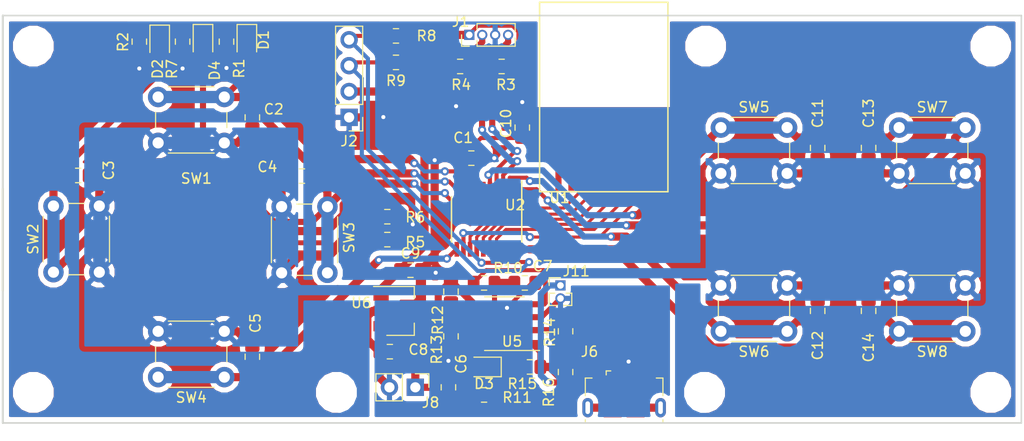
<source format=kicad_pcb>
(kicad_pcb (version 20171130) (host pcbnew 5.0.2-bee76a0~70~ubuntu16.04.1)
  (layers (0 F.Cu signal) (31 B.Cu signal hide) (34 B.Paste user) (35 F.Paste user) (36 B.SilkS user) (37 F.SilkS user) (38 B.Mask user) (39 F.Mask user) (44 Edge.Cuts user))
  (net 0 "")
  (net 1 GND)
  (net 2 +3V8)
  (net 3 +3V3)
  (net 4 "Net-(C7-Pad1)")
  (net 5 "Net-(D1-Pad1)")
  (net 6 "Net-(D2-Pad1)")
  (net 7 "Net-(D3-Pad2)")
  (net 8 "Net-(D3-Pad1)")
  (net 9 /SWIM_DATA)
  (net 10 /NRF_IRQ)
  (net 11 +5VD)
  (net 12 /NRF_CE)
  (net 13 /SPI_CS)
  (net 14 /SPI_CLK)
  (net 15 /SPI_MOSI)
  (net 16 /SPI_MISO)
  (net 17 "Net-(J6-Pad6)")
  (net 18 "Net-(J11-Pad1)")
  (net 19 "Net-(R12-Pad2)")
  (net 20 "Net-(R14-Pad1)")
  (net 21 "Net-(C11-Pad1)")
  (net 22 /Button0)
  (net 23 /Button1)
  (net 24 /Button2)
  (net 25 /Button3)
  (net 26 /Button4)
  (net 27 /Button5)
  (net 28 /Button6)
  (net 29 /Button7)
  (net 30 /SWIM_RESET)
  (net 31 /I2C_SCL)
  (net 32 /I2C_SDA)
  (net 33 "Net-(D4-Pad1)")
  (module Capacitor_SMD:C_0805_2012Metric_Pad1.15x1.40mm_HandSolder (layer F.Cu) (at 92 59 90)
    (fp_text reference C10 (at 0.4 -1.6 90) (layer F.SilkS))
    (fp_text value 100nF)
    (pad 1 smd roundrect (at -1.025 0 90) (size 1.15 1.4) (layers F.Cu F.Paste F.Mask) (roundrect_rratio 0.217391) (net 3 +3V3))
    (pad 2 smd roundrect (at 1.025 0 90) (size 1.15 1.4) (layers F.Cu F.Paste F.Mask) (roundrect_rratio 0.217391) (net 1 GND))
  )
  (module Resistor_SMD:R_0805_2012Metric_Pad1.15x1.40mm_HandSolder (layer F.Cu) (at 78.75 70 180)
    (fp_text reference R5 (at -2.75 -0.25 180) (layer F.SilkS))
    (fp_text value 0)
    (pad 2 smd roundrect (at 1.025 0 180) (size 1.15 1.4) (layers F.Cu F.Paste F.Mask) (roundrect_rratio 0.217391) (net 21 "Net-(C11-Pad1)"))
    (pad 1 smd roundrect (at -1.025 0 180) (size 1.15 1.4) (layers F.Cu F.Paste F.Mask) (roundrect_rratio 0.217391) (net 3 +3V3))
  )
  (module Resistor_SMD:R_0805_2012Metric_Pad1.15x1.40mm_HandSolder (layer F.Cu) (at 78.75 67.75 180)
    (fp_text reference R6 (at -2.745152 -0.050525) (layer F.SilkS))
    (fp_text value 0)
    (pad 2 smd roundrect (at 1.025 0 180) (size 1.15 1.4) (layers F.Cu F.Paste F.Mask) (roundrect_rratio 0.217391) (net 21 "Net-(C11-Pad1)"))
    (pad 1 smd roundrect (at -1.025 0 180) (size 1.15 1.4) (layers F.Cu F.Paste F.Mask) (roundrect_rratio 0.217391) (net 1 GND))
  )
  (module akrapivniy:NRF24L01SMD (layer F.Cu) (at 100 56)
    (fp_text reference U1 (at -4.35 9.9) (layer F.SilkS))
    (fp_text value NRF24L)
    (pad 8 smd rect (at 4.445 7.7) (size 0.6 3) (layers F.Cu F.Paste F.Mask) (net 10 /NRF_IRQ))
    (pad 7 smd rect (at 3.175 7.7) (size 0.6 3) (layers F.Cu F.Paste F.Mask) (net 16 /SPI_MISO))
    (pad 6 smd rect (at 1.905 7.7) (size 0.6 3) (layers F.Cu F.Paste F.Mask) (net 15 /SPI_MOSI))
    (pad 5 smd rect (at 0.635 7.7) (size 0.6 3) (layers F.Cu F.Paste F.Mask) (net 14 /SPI_CLK))
    (pad 4 smd rect (at -0.635 7.7) (size 0.6 3) (layers F.Cu F.Paste F.Mask) (net 13 /SPI_CS))
    (pad 3 smd rect (at -1.905 7.7) (size 0.6 3) (layers F.Cu F.Paste F.Mask) (net 12 /NRF_CE))
    (pad 2 smd rect (at -3.175 7.7) (size 0.6 3) (layers F.Cu F.Paste F.Mask) (net 1 GND))
    (pad 1 smd rect (at -4.445 7.7) (size 0.6 3) (layers F.Cu F.Paste F.Mask) (net 3 +3V3))
  )
  (module Capacitor_SMD:C_0805_2012Metric_Pad1.15x1.40mm_HandSolder (layer F.Cu) (at 79 81 180)
    (fp_text reference C8 (at -2.8 0.2 180) (layer F.SilkS))
    (fp_text value 100nF)
    (pad 1 smd roundrect (at -1.025 0 180) (size 1.15 1.4) (layers F.Cu F.Paste F.Mask) (roundrect_rratio 0.217391) (net 2 +3V8))
    (pad 2 smd roundrect (at 1.025 0 180) (size 1.15 1.4) (layers F.Cu F.Paste F.Mask) (roundrect_rratio 0.217391) (net 1 GND))
  )
  (module Resistor_SMD:R_0805_2012Metric_Pad1.15x1.40mm_HandSolder (layer F.Cu) (at 85.9 53)
    (fp_text reference R4 (at 0.1 1.8) (layer F.SilkS))
    (fp_text value 100K)
    (pad 1 smd roundrect (at -1.025 0) (size 1.15 1.4) (layers F.Cu F.Paste F.Mask) (roundrect_rratio 0.217391) (net 3 +3V3))
    (pad 2 smd roundrect (at 1.025 0) (size 1.15 1.4) (layers F.Cu F.Paste F.Mask) (roundrect_rratio 0.217391) (net 9 /SWIM_DATA))
  )
  (module LED_SMD:LED_0805_2012Metric (layer F.Cu) (at 64.961061 50.56511 270)
    (fp_text reference D1 (at -0.16511 -1.638939 270) (layer F.SilkS))
    (fp_text value LED)
    (pad 1 smd roundrect (at -0.9375 0 270) (size 0.975 1.4) (layers F.Cu F.Paste F.Mask) (net 5 "Net-(D1-Pad1)"))
    (pad 2 smd roundrect (at 0.9375 0 270) (size 0.975 1.4) (layers F.Cu F.Paste F.Mask) (net 22 /Button0))
  )
  (module Package_SO:TSSOP-20_4.4x6.5mm_P0.65mm (layer F.Cu) (at 88.5 68 270)
    (fp_text reference U2 (at -1.4 -2.8) (layer F.SilkS))
    (fp_text value STM8L051F3P)
    (pad 20 smd rect (at 2.95 -2.925 270) (size 1.45 0.45) (layers F.Cu F.Paste F.Mask) (net 29 /Button7))
    (pad 19 smd rect (at 2.95 -2.275 270) (size 1.45 0.45) (layers F.Cu F.Paste F.Mask) (net 31 /I2C_SCL))
    (pad 18 smd rect (at 2.95 -1.625 270) (size 1.45 0.45) (layers F.Cu F.Paste F.Mask) (net 32 /I2C_SDA))
    (pad 17 smd rect (at 2.95 -0.975 270) (size 1.45 0.45) (layers F.Cu F.Paste F.Mask) (net 16 /SPI_MISO))
    (pad 16 smd rect (at 2.95 -0.325 270) (size 1.45 0.45) (layers F.Cu F.Paste F.Mask) (net 15 /SPI_MOSI))
    (pad 15 smd rect (at 2.95 0.325 270) (size 1.45 0.45) (layers F.Cu F.Paste F.Mask) (net 14 /SPI_CLK))
    (pad 14 smd rect (at 2.95 0.975 270) (size 1.45 0.45) (layers F.Cu F.Paste F.Mask) (net 13 /SPI_CS))
    (pad 13 smd rect (at 2.95 1.625 270) (size 1.45 0.45) (layers F.Cu F.Paste F.Mask) (net 12 /NRF_CE))
    (pad 12 smd rect (at 2.95 2.275 270) (size 1.45 0.45) (layers F.Cu F.Paste F.Mask) (net 10 /NRF_IRQ))
    (pad 11 smd rect (at 2.95 2.925 270) (size 1.45 0.45) (layers F.Cu F.Paste F.Mask) (net 25 /Button3))
    (pad 10 smd rect (at -2.95 2.925 270) (size 1.45 0.45) (layers F.Cu F.Paste F.Mask) (net 24 /Button2))
    (pad 9 smd rect (at -2.95 2.275 270) (size 1.45 0.45) (layers F.Cu F.Paste F.Mask) (net 22 /Button0))
    (pad 8 smd rect (at -2.95 1.625 270) (size 1.45 0.45) (layers F.Cu F.Paste F.Mask) (net 3 +3V3))
    (pad 7 smd rect (at -2.95 0.975 270) (size 1.45 0.45) (layers F.Cu F.Paste F.Mask) (net 1 GND))
    (pad 6 smd rect (at -2.95 0.325 270) (size 1.45 0.45) (layers F.Cu F.Paste F.Mask) (net 23 /Button1))
    (pad 5 smd rect (at -2.95 -0.325 270) (size 1.45 0.45) (layers F.Cu F.Paste F.Mask) (net 26 /Button4))
    (pad 4 smd rect (at -2.95 -0.975 270) (size 1.45 0.45) (layers F.Cu F.Paste F.Mask) (net 30 /SWIM_RESET))
    (pad 3 smd rect (at -2.95 -1.625 270) (size 1.45 0.45) (layers F.Cu F.Paste F.Mask) (net 9 /SWIM_DATA))
    (pad 2 smd rect (at -2.95 -2.275 270) (size 1.45 0.45) (layers F.Cu F.Paste F.Mask) (net 28 /Button6))
    (pad 1 smd rect (at -2.95 -2.925 270) (size 1.45 0.45) (layers F.Cu F.Paste F.Mask) (net 27 /Button5))
  )
  (module Resistor_SMD:R_0805_2012Metric_Pad1.15x1.40mm_HandSolder (layer F.Cu) (at 96.25 83 90)
    (fp_text reference R16 (at -2 -1.65 90) (layer F.SilkS))
    (fp_text value 1K)
    (pad 2 smd roundrect (at 1.025 0 90) (size 1.15 1.4) (layers F.Cu F.Paste F.Mask) (roundrect_rratio 0.217391) (net 1 GND))
    (pad 1 smd roundrect (at -1.025 0 90) (size 1.15 1.4) (layers F.Cu F.Paste F.Mask) (roundrect_rratio 0.217391) (net 18 "Net-(J11-Pad1)"))
  )
  (module Connector_PinHeader_2.54mm:PinHeader_1x02_P2.54mm_Vertical (layer F.Cu) (at 81.5 84.5 270)
    (fp_text reference J8 (at 1.5 -1.5) (layer F.SilkS))
    (fp_text value "3P BAT")
    (pad 1 thru_hole rect (at 0 0 270) (size 1.7 1.7) (drill 1) (layers *.Cu *.Mask) (net 2 +3V8))
    (pad 2 thru_hole oval (at 0 2.54 270) (size 1.7 1.7) (drill 1) (layers *.Cu *.Mask) (net 1 GND))
  )
  (module Package_TO_SOT_SMD:SOT-89-3 (layer F.Cu) (at 79.619 77)
    (fp_text reference U6 (at -3.419 -0.8) (layer F.SilkS))
    (fp_text value L78L33_SOT89)
    (pad 2 smd trapezoid (at 2.667 0 270) (size 1.6 0.85) (rect_delta 0 0.6) (layers F.Cu F.Paste F.Mask) (net 1 GND))
    (pad 1 smd rect (at -1.48 -1.5 270) (size 1 1.5) (layers F.Cu F.Paste F.Mask) (net 3 +3V3))
    (pad 2 smd rect (at -1.3335 0 270) (size 1 1.8) (layers F.Cu F.Paste F.Mask) (net 1 GND))
    (pad 3 smd rect (at -1.48 1.5 270) (size 1 1.5) (layers F.Cu F.Paste F.Mask) (net 2 +3V8))
    (pad 2 smd rect (at 1.3335 0 270) (size 2.2 1.84) (layers F.Cu F.Paste F.Mask) (net 1 GND))
    (pad 2 smd trapezoid (at -0.0762 0 90) (size 1.5 1) (rect_delta 0 0.7) (layers F.Cu F.Paste F.Mask) (net 1 GND))
  )
  (module Capacitor_SMD:C_0805_2012Metric_Pad1.15x1.40mm_HandSolder (layer F.Cu) (at 87 62)
    (fp_text reference C1 (at -0.8 -2) (layer F.SilkS))
    (fp_text value 100nF)
    (pad 2 smd roundrect (at 1.025 0) (size 1.15 1.4) (layers F.Cu F.Paste F.Mask) (roundrect_rratio 0.217391) (net 1 GND))
    (pad 1 smd roundrect (at -1.025 0) (size 1.15 1.4) (layers F.Cu F.Paste F.Mask) (roundrect_rratio 0.217391) (net 3 +3V3))
  )
  (module Capacitor_SMD:C_0805_2012Metric_Pad1.15x1.40mm_HandSolder (layer F.Cu) (at 65.5 58 90)
    (fp_text reference C2 (at 0.8 2.1 -180) (layer F.SilkS))
    (fp_text value 100nF)
    (pad 1 smd roundrect (at -1.025 0 90) (size 1.15 1.4) (layers F.Cu F.Paste F.Mask) (roundrect_rratio 0.217391) (net 21 "Net-(C11-Pad1)"))
    (pad 2 smd roundrect (at 1.025 0 90) (size 1.15 1.4) (layers F.Cu F.Paste F.Mask) (roundrect_rratio 0.217391) (net 22 /Button0))
  )
  (module Capacitor_SMD:C_0805_2012Metric_Pad1.15x1.40mm_HandSolder (layer F.Cu) (at 48.4 63.7 180)
    (fp_text reference C3 (at -3 0.5 270) (layer F.SilkS))
    (fp_text value 100nF)
    (pad 2 smd roundrect (at 1.025 0 180) (size 1.15 1.4) (layers F.Cu F.Paste F.Mask) (roundrect_rratio 0.217391) (net 23 /Button1))
    (pad 1 smd roundrect (at -1.025 0 180) (size 1.15 1.4) (layers F.Cu F.Paste F.Mask) (roundrect_rratio 0.217391) (net 21 "Net-(C11-Pad1)"))
  )
  (module Capacitor_SMD:C_0805_2012Metric_Pad1.15x1.40mm_HandSolder (layer F.Cu) (at 70.37088 63.762329)
    (fp_text reference C4 (at -3.4 -0.9) (layer F.SilkS))
    (fp_text value 100nF)
    (pad 2 smd roundrect (at 1.025 0) (size 1.15 1.4) (layers F.Cu F.Paste F.Mask) (roundrect_rratio 0.217391) (net 24 /Button2))
    (pad 1 smd roundrect (at -1.025 0) (size 1.15 1.4) (layers F.Cu F.Paste F.Mask) (roundrect_rratio 0.217391) (net 21 "Net-(C11-Pad1)"))
  )
  (module Capacitor_SMD:C_0805_2012Metric_Pad1.15x1.40mm_HandSolder (layer F.Cu) (at 65.5 81.5 270)
    (fp_text reference C5 (at -3.3 -0.3 90) (layer F.SilkS))
    (fp_text value 100nF)
    (pad 2 smd roundrect (at 1.025 0 270) (size 1.15 1.4) (layers F.Cu F.Paste F.Mask) (roundrect_rratio 0.217391) (net 25 /Button3))
    (pad 1 smd roundrect (at -1.025 0 270) (size 1.15 1.4) (layers F.Cu F.Paste F.Mask) (roundrect_rratio 0.217391) (net 21 "Net-(C11-Pad1)"))
  )
  (module Capacitor_SMD:C_0805_2012Metric_Pad1.15x1.40mm_HandSolder (layer F.Cu) (at 84.75 84.5 90)
    (fp_text reference C6 (at 2.3 1.25 90) (layer F.SilkS))
    (fp_text value 100nF)
    (pad 1 smd roundrect (at -1.025 0 90) (size 1.15 1.4) (layers F.Cu F.Paste F.Mask) (roundrect_rratio 0.217391) (net 2 +3V8))
    (pad 2 smd roundrect (at 1.025 0 90) (size 1.15 1.4) (layers F.Cu F.Paste F.Mask) (roundrect_rratio 0.217391) (net 1 GND))
  )
  (module Capacitor_SMD:C_0805_2012Metric_Pad1.15x1.40mm_HandSolder (layer F.Cu) (at 92.25 74.25)
    (fp_text reference C7 (at 1.75 -1.65) (layer F.SilkS))
    (fp_text value 100nF)
    (pad 1 smd roundrect (at -1.025 0) (size 1.15 1.4) (layers F.Cu F.Paste F.Mask) (roundrect_rratio 0.217391) (net 4 "Net-(C7-Pad1)"))
    (pad 2 smd roundrect (at 1.025 0) (size 1.15 1.4) (layers F.Cu F.Paste F.Mask) (roundrect_rratio 0.217391) (net 1 GND))
  )
  (module Capacitor_SMD:C_0805_2012Metric_Pad1.15x1.40mm_HandSolder (layer F.Cu) (at 81.025 73)
    (fp_text reference C9 (at 0 -1.65) (layer F.SilkS))
    (fp_text value 100nF)
    (pad 1 smd roundrect (at -1.025 0) (size 1.15 1.4) (layers F.Cu F.Paste F.Mask) (roundrect_rratio 0.217391) (net 3 +3V3))
    (pad 2 smd roundrect (at 1.025 0) (size 1.15 1.4) (layers F.Cu F.Paste F.Mask) (roundrect_rratio 0.217391) (net 1 GND))
  )
  (module LED_SMD:LED_0805_2012Metric (layer F.Cu) (at 56.403687 50.62587 270)
    (fp_text reference D2 (at 2.62413 0.203687 270) (layer F.SilkS))
    (fp_text value LED)
    (pad 1 smd roundrect (at -0.9375 0 270) (size 0.975 1.4) (layers F.Cu F.Paste F.Mask) (net 6 "Net-(D2-Pad1)"))
    (pad 2 smd roundrect (at 0.9375 0 270) (size 0.975 1.4) (layers F.Cu F.Paste F.Mask) (net 23 /Button1))
  )
  (module LED_SMD:LED_0805_2012Metric (layer F.Cu) (at 88.25 82.5 180)
    (fp_text reference D3 (at 0 -1.65 180) (layer F.SilkS))
    (fp_text value LED)
    (pad 2 smd roundrect (at 0.9375 0 180) (size 0.975 1.4) (layers F.Cu F.Paste F.Mask) (net 7 "Net-(D3-Pad2)"))
    (pad 1 smd roundrect (at -0.9375 0 180) (size 0.975 1.4) (layers F.Cu F.Paste F.Mask) (net 8 "Net-(D3-Pad1)"))
  )
  (module Connector_PinHeader_1.27mm:PinHeader_1x02_P1.27mm_Vertical (layer F.Cu) (at 95.75 74.5)
    (fp_text reference J11 (at 1.55 -1.4) (layer F.SilkS))
    (fp_text value Temp)
    (pad 1 thru_hole rect (at 0 0) (size 1 1) (drill 0.65) (layers *.Cu *.Mask) (net 18 "Net-(J11-Pad1)"))
    (pad 2 thru_hole oval (at 0 1.27) (size 1 1) (drill 0.65) (layers *.Cu *.Mask) (net 1 GND))
  )
  (module Resistor_SMD:R_0805_2012Metric_Pad1.15x1.40mm_HandSolder (layer F.Cu) (at 62.961061 50.56511 270)
    (fp_text reference R1 (at 2.63489 -1.238939 270) (layer F.SilkS))
    (fp_text value 1K)
    (pad 2 smd roundrect (at 1.025 0 270) (size 1.15 1.4) (layers F.Cu F.Paste F.Mask) (roundrect_rratio 0.217391) (net 1 GND))
    (pad 1 smd roundrect (at -1.025 0 270) (size 1.15 1.4) (layers F.Cu F.Paste F.Mask) (roundrect_rratio 0.217391) (net 5 "Net-(D1-Pad1)"))
  )
  (module Resistor_SMD:R_0805_2012Metric_Pad1.15x1.40mm_HandSolder (layer F.Cu) (at 54.403687 50.56337 270)
    (fp_text reference R2 (at 0.03663 1.603687 270) (layer F.SilkS))
    (fp_text value 1K)
    (pad 1 smd roundrect (at -1.025 0 270) (size 1.15 1.4) (layers F.Cu F.Paste F.Mask) (roundrect_rratio 0.217391) (net 6 "Net-(D2-Pad1)"))
    (pad 2 smd roundrect (at 1.025 0 270) (size 1.15 1.4) (layers F.Cu F.Paste F.Mask) (roundrect_rratio 0.217391) (net 1 GND))
  )
  (module Resistor_SMD:R_0805_2012Metric_Pad1.15x1.40mm_HandSolder (layer F.Cu) (at 89.975 53 180)
    (fp_text reference R3 (at -0.425 -1.8 180) (layer F.SilkS))
    (fp_text value 100K)
    (pad 1 smd roundrect (at -1.025 0 180) (size 1.15 1.4) (layers F.Cu F.Paste F.Mask) (roundrect_rratio 0.217391) (net 3 +3V3))
    (pad 2 smd roundrect (at 1.025 0 180) (size 1.15 1.4) (layers F.Cu F.Paste F.Mask) (roundrect_rratio 0.217391) (net 30 /SWIM_RESET))
  )
  (module Resistor_SMD:R_0805_2012Metric_Pad1.15x1.40mm_HandSolder (layer F.Cu) (at 88.25 74.25)
    (fp_text reference R10 (at 2.35 -1.45) (layer F.SilkS))
    (fp_text value 510K)
    (pad 1 smd roundrect (at -1.025 0) (size 1.15 1.4) (layers F.Cu F.Paste F.Mask) (roundrect_rratio 0.217391) (net 11 +5VD))
    (pad 2 smd roundrect (at 1.025 0) (size 1.15 1.4) (layers F.Cu F.Paste F.Mask) (roundrect_rratio 0.217391) (net 4 "Net-(C7-Pad1)"))
  )
  (module Resistor_SMD:R_0805_2012Metric_Pad1.15x1.40mm_HandSolder (layer F.Cu) (at 88.25 85.25 180)
    (fp_text reference R11 (at -3.25 -0.25 180) (layer F.SilkS))
    (fp_text value 1K)
    (pad 1 smd roundrect (at -1.025 0 180) (size 1.15 1.4) (layers F.Cu F.Paste F.Mask) (roundrect_rratio 0.217391) (net 11 +5VD))
    (pad 2 smd roundrect (at 1.025 0 180) (size 1.15 1.4) (layers F.Cu F.Paste F.Mask) (roundrect_rratio 0.217391) (net 7 "Net-(D3-Pad2)"))
  )
  (module Resistor_SMD:R_0805_2012Metric_Pad1.15x1.40mm_HandSolder (layer F.Cu) (at 85 75.1 270)
    (fp_text reference R12 (at 2.8 1.3 270) (layer F.SilkS))
    (fp_text value 100K)
    (pad 2 smd roundrect (at 1.025 0 270) (size 1.15 1.4) (layers F.Cu F.Paste F.Mask) (roundrect_rratio 0.217391) (net 19 "Net-(R12-Pad2)"))
    (pad 1 smd roundrect (at -1.025 0 270) (size 1.15 1.4) (layers F.Cu F.Paste F.Mask) (roundrect_rratio 0.217391) (net 2 +3V8))
  )
  (module Resistor_SMD:R_0805_2012Metric_Pad1.15x1.40mm_HandSolder (layer F.Cu) (at 85 79.5 270)
    (fp_text reference R13 (at 1.3 1.4 270) (layer F.SilkS))
    (fp_text value 150K-274K)
    (pad 1 smd roundrect (at -1.025 0 270) (size 1.15 1.4) (layers F.Cu F.Paste F.Mask) (roundrect_rratio 0.217391) (net 19 "Net-(R12-Pad2)"))
    (pad 2 smd roundrect (at 1.025 0 270) (size 1.15 1.4) (layers F.Cu F.Paste F.Mask) (roundrect_rratio 0.217391) (net 1 GND))
  )
  (module Resistor_SMD:R_0805_2012Metric_Pad1.15x1.40mm_HandSolder (layer F.Cu) (at 96.25 79 270)
    (fp_text reference R14 (at 0.1 1.55 270) (layer F.SilkS))
    (fp_text value 2.4K)
    (pad 2 smd roundrect (at 1.025 0 270) (size 1.15 1.4) (layers F.Cu F.Paste F.Mask) (roundrect_rratio 0.217391) (net 1 GND))
    (pad 1 smd roundrect (at -1.025 0 270) (size 1.15 1.4) (layers F.Cu F.Paste F.Mask) (roundrect_rratio 0.217391) (net 20 "Net-(R14-Pad1)"))
  )
  (module Resistor_SMD:R_0805_2012Metric_Pad1.15x1.40mm_HandSolder (layer F.Cu) (at 92.75 82.5 180)
    (fp_text reference R15 (at 0.75 -1.65 180) (layer F.SilkS))
    (fp_text value 1K)
    (pad 2 smd roundrect (at 1.025 0 180) (size 1.15 1.4) (layers F.Cu F.Paste F.Mask) (roundrect_rratio 0.217391) (net 11 +5VD))
    (pad 1 smd roundrect (at -1.025 0 180) (size 1.15 1.4) (layers F.Cu F.Paste F.Mask) (roundrect_rratio 0.217391) (net 18 "Net-(J11-Pad1)"))
  )
  (module Connector_PinHeader_1.27mm:PinHeader_1x04_P1.27mm_Vertical (layer F.Cu) (at 86.8 49.9 90)
    (fp_text reference J1 (at 1.3 -0.85 180) (layer F.SilkS))
    (fp_text value Prog)
    (pad 1 thru_hole rect (at 0 0 90) (size 1 1) (drill 0.65) (layers *.Cu *.Mask) (net 3 +3V3))
    (pad 2 thru_hole oval (at 0 1.27 90) (size 1 1) (drill 0.65) (layers *.Cu *.Mask) (net 9 /SWIM_DATA))
    (pad 3 thru_hole oval (at 0 2.54 90) (size 1 1) (drill 0.65) (layers *.Cu *.Mask) (net 1 GND))
    (pad 4 thru_hole oval (at 0 3.81 90) (size 1 1) (drill 0.65) (layers *.Cu *.Mask) (net 30 /SWIM_RESET))
  )
  (module Connector_USB:USB_Micro-B_GCT_USB3076-30-A (layer F.Cu) (at 102 85.3)
    (fp_text reference J6 (at -3.4 -4.3) (layer F.SilkS))
    (fp_text value USB_B_Micro)
    (pad 6 smd rect (at 1.125 1.2) (size 1.75 1.9) (layers F.Cu F.Paste F.Mask) (net 17 "Net-(J6-Pad6)"))
    (pad 2 smd rect (at -0.65 -1.45) (size 0.4 1.4) (layers F.Cu F.Paste F.Mask))
    (pad 1 smd rect (at -1.3 -1.45) (size 0.4 1.4) (layers F.Cu F.Paste F.Mask) (net 11 +5VD))
    (pad 5 smd rect (at 1.3 -1.45) (size 0.4 1.4) (layers F.Cu F.Paste F.Mask) (net 1 GND))
    (pad 4 smd rect (at 0.65 -1.45) (size 0.4 1.4) (layers F.Cu F.Paste F.Mask))
    (pad 3 smd rect (at 0 -1.45) (size 0.4 1.4) (layers F.Cu F.Paste F.Mask))
    (pad 6 smd rect (at -1.125 1.2) (size 1.75 1.9) (layers F.Cu F.Paste F.Mask) (net 17 "Net-(J6-Pad6)"))
    (pad 6 thru_hole oval (at -3.575 1.2 180) (size 1.05 1.9) (drill oval 0.45 1.25) (layers *.Cu *.Mask) (net 17 "Net-(J6-Pad6)"))
    (pad 6 thru_hole oval (at 3.575 1.2) (size 1.05 1.9) (drill oval 0.45 1.25) (layers *.Cu *.Mask) (net 17 "Net-(J6-Pad6)"))
    (pad 6 smd rect (at 2.32 -1.03) (size 1.15 1.45) (layers F.Cu F.Paste F.Mask) (net 17 "Net-(J6-Pad6)"))
    (pad 6 smd rect (at -2.32 -1.03) (size 1.15 1.45) (layers F.Cu F.Paste F.Mask) (net 17 "Net-(J6-Pad6)"))
  )
  (module Package_SO:SSOP-8_3.9x5.05mm_P1.27mm (layer F.Cu) (at 90.25 78.25 180)
    (fp_text reference U5 (at -0.75 -1.75 180) (layer F.SilkS))
    (fp_text value CN3085)
    (pad 1 smd roundrect (at -2.675 -1.905 180) (size 1.55 0.6) (layers F.Cu F.Paste F.Mask) (net 18 "Net-(J11-Pad1)"))
    (pad 2 smd roundrect (at -2.675 -0.635 180) (size 1.55 0.6) (layers F.Cu F.Paste F.Mask) (net 20 "Net-(R14-Pad1)"))
    (pad 3 smd roundrect (at -2.675 0.635 180) (size 1.55 0.6) (layers F.Cu F.Paste F.Mask) (net 1 GND))
    (pad 4 smd roundrect (at -2.675 1.905 180) (size 1.55 0.6) (layers F.Cu F.Paste F.Mask) (net 11 +5VD))
    (pad 5 smd roundrect (at 2.675 1.905 180) (size 1.55 0.6) (layers F.Cu F.Paste F.Mask) (net 2 +3V8))
    (pad 6 smd roundrect (at 2.675 0.635 180) (size 1.55 0.6) (layers F.Cu F.Paste F.Mask) (net 4 "Net-(C7-Pad1)"))
    (pad 7 smd roundrect (at 2.675 -0.635 180) (size 1.55 0.6) (layers F.Cu F.Paste F.Mask) (net 8 "Net-(D3-Pad1)"))
    (pad 8 smd roundrect (at 2.675 -1.905 180) (size 1.55 0.6) (layers F.Cu F.Paste F.Mask) (net 19 "Net-(R12-Pad2)"))
  )
  (module Capacitor_SMD:C_0805_2012Metric_Pad1.15x1.40mm_HandSolder (layer F.Cu) (at 121 61 90)
    (fp_text reference C11 (at 3.4 0 90) (layer F.SilkS))
    (fp_text value 100nF)
    (pad 1 smd roundrect (at -1.025 0 90) (size 1.15 1.4) (layers F.Cu F.Paste F.Mask) (roundrect_rratio 0.217391) (net 21 "Net-(C11-Pad1)"))
    (pad 2 smd roundrect (at 1.025 0 90) (size 1.15 1.4) (layers F.Cu F.Paste F.Mask) (roundrect_rratio 0.217391) (net 26 /Button4))
  )
  (module MountingHole:MountingHole_3mm (layer F.Cu) (at 109.9 85)
    (fp_text reference H1 hide)
    (fp_text value MountingHole)
    (pad 1 np_thru_hole circle (at 0 0) (size 3 3) (drill 3) (layers *.Cu *.Mask))
  )
  (module MountingHole:MountingHole_3mm (layer F.Cu) (at 138 85)
    (fp_text reference H2 hide)
    (fp_text value MountingHole)
    (pad 1 np_thru_hole circle (at 0 0) (size 3 3) (drill 3) (layers *.Cu *.Mask))
  )
  (module MountingHole:MountingHole_3mm (layer F.Cu) (at 73.75 85)
    (fp_text reference H3 hide)
    (fp_text value MountingHole)
    (pad 1 np_thru_hole circle (at 0 0) (size 3 3) (drill 3) (layers *.Cu *.Mask))
  )
  (module MountingHole:MountingHole_3mm (layer F.Cu) (at 44 85)
    (fp_text reference H6 hide)
    (fp_text value MountingHole)
    (pad 1 np_thru_hole circle (at 0 0) (size 3 3) (drill 3) (layers *.Cu *.Mask))
  )
  (module MountingHole:MountingHole_3mm (layer F.Cu) (at 110 51)
    (fp_text reference H7 hide)
    (fp_text value MountingHole)
    (pad 1 np_thru_hole circle (at 0 0) (size 3 3) (drill 3) (layers *.Cu *.Mask))
  )
  (module MountingHole:MountingHole_3mm (layer F.Cu) (at 44 51)
    (fp_text reference H8 hide)
    (fp_text value MountingHole)
    (pad 1 np_thru_hole circle (at 0 0) (size 3 3) (drill 3) (layers *.Cu *.Mask))
  )
  (module Capacitor_SMD:C_0805_2012Metric_Pad1.15x1.40mm_HandSolder (layer F.Cu) (at 121 77 270)
    (fp_text reference C12 (at 3.4 0 270) (layer F.SilkS))
    (fp_text value 100nF)
    (pad 1 smd roundrect (at -1.025 0 270) (size 1.15 1.4) (layers F.Cu F.Paste F.Mask) (roundrect_rratio 0.217391) (net 21 "Net-(C11-Pad1)"))
    (pad 2 smd roundrect (at 1.025 0 270) (size 1.15 1.4) (layers F.Cu F.Paste F.Mask) (roundrect_rratio 0.217391) (net 27 /Button5))
  )
  (module Capacitor_SMD:C_0805_2012Metric_Pad1.15x1.40mm_HandSolder (layer F.Cu) (at 126 61 90)
    (fp_text reference C13 (at 3.4 0 90) (layer F.SilkS))
    (fp_text value 100nF)
    (pad 1 smd roundrect (at -1.025 0 90) (size 1.15 1.4) (layers F.Cu F.Paste F.Mask) (roundrect_rratio 0.217391) (net 21 "Net-(C11-Pad1)"))
    (pad 2 smd roundrect (at 1.025 0 90) (size 1.15 1.4) (layers F.Cu F.Paste F.Mask) (roundrect_rratio 0.217391) (net 28 /Button6))
  )
  (module Capacitor_SMD:C_0805_2012Metric_Pad1.15x1.40mm_HandSolder (layer F.Cu) (at 126 77 270)
    (fp_text reference C14 (at 3.6 0 270) (layer F.SilkS))
    (fp_text value 100nF)
    (pad 2 smd roundrect (at 1.025 0 270) (size 1.15 1.4) (layers F.Cu F.Paste F.Mask) (roundrect_rratio 0.217391) (net 29 /Button7))
    (pad 1 smd roundrect (at -1.025 0 270) (size 1.15 1.4) (layers F.Cu F.Paste F.Mask) (roundrect_rratio 0.217391) (net 21 "Net-(C11-Pad1)"))
  )
  (module MountingHole:MountingHole_3mm (layer F.Cu) (at 138 51)
    (fp_text reference H4 hide)
    (fp_text value MountingHole)
    (pad 1 np_thru_hole circle (at 0 0) (size 3 3) (drill 3) (layers *.Cu *.Mask))
  )
  (module Button_Switch_THT:SW_PUSH_6mm_H8mm (layer F.Cu) (at 56.25 56)
    (fp_text reference SW1 (at 3.75 8) (layer F.SilkS))
    (fp_text value SW_Push)
    (pad 1 thru_hole circle (at 6.5 0 90) (size 2 2) (drill 1.1) (layers *.Cu *.Mask) (net 22 /Button0))
    (pad 2 thru_hole circle (at 6.5 4.5 90) (size 2 2) (drill 1.1) (layers *.Cu *.Mask) (net 21 "Net-(C11-Pad1)"))
    (pad 1 thru_hole circle (at 0 0 90) (size 2 2) (drill 1.1) (layers *.Cu *.Mask) (net 22 /Button0))
    (pad 2 thru_hole circle (at 0 4.5 90) (size 2 2) (drill 1.1) (layers *.Cu *.Mask) (net 21 "Net-(C11-Pad1)"))
  )
  (module Button_Switch_THT:SW_PUSH_6mm_H8mm (layer F.Cu) (at 45.975001 73.2 90)
    (fp_text reference SW2 (at 3.25 -2 90) (layer F.SilkS))
    (fp_text value SW_Push)
    (pad 2 thru_hole circle (at 0 4.5 180) (size 2 2) (drill 1.1) (layers *.Cu *.Mask) (net 21 "Net-(C11-Pad1)"))
    (pad 1 thru_hole circle (at 0 0 180) (size 2 2) (drill 1.1) (layers *.Cu *.Mask) (net 23 /Button1))
    (pad 2 thru_hole circle (at 6.5 4.5 180) (size 2 2) (drill 1.1) (layers *.Cu *.Mask) (net 21 "Net-(C11-Pad1)"))
    (pad 1 thru_hole circle (at 6.5 0 180) (size 2 2) (drill 1.1) (layers *.Cu *.Mask) (net 23 /Button1))
  )
  (module Button_Switch_THT:SW_PUSH_6mm_H8mm (layer F.Cu) (at 72.87088 66.762329 270)
    (fp_text reference SW3 (at 3.037671 -2.12912 270) (layer F.SilkS))
    (fp_text value SW_Push)
    (pad 2 thru_hole circle (at 0 4.5) (size 2 2) (drill 1.1) (layers *.Cu *.Mask) (net 21 "Net-(C11-Pad1)"))
    (pad 1 thru_hole circle (at 0 0) (size 2 2) (drill 1.1) (layers *.Cu *.Mask) (net 24 /Button2))
    (pad 2 thru_hole circle (at 6.5 4.5) (size 2 2) (drill 1.1) (layers *.Cu *.Mask) (net 21 "Net-(C11-Pad1)"))
    (pad 1 thru_hole circle (at 6.5 0) (size 2 2) (drill 1.1) (layers *.Cu *.Mask) (net 24 /Button2))
  )
  (module Button_Switch_THT:SW_PUSH_6mm_H8mm (layer F.Cu) (at 62.75 83.5 180)
    (fp_text reference SW4 (at 3.25 -2 180) (layer F.SilkS))
    (fp_text value SW_Push)
    (pad 1 thru_hole circle (at 6.5 0 270) (size 2 2) (drill 1.1) (layers *.Cu *.Mask) (net 25 /Button3))
    (pad 2 thru_hole circle (at 6.5 4.5 270) (size 2 2) (drill 1.1) (layers *.Cu *.Mask) (net 21 "Net-(C11-Pad1)"))
    (pad 1 thru_hole circle (at 0 0 270) (size 2 2) (drill 1.1) (layers *.Cu *.Mask) (net 25 /Button3))
    (pad 2 thru_hole circle (at 0 4.5 270) (size 2 2) (drill 1.1) (layers *.Cu *.Mask) (net 21 "Net-(C11-Pad1)"))
  )
  (module Button_Switch_THT:SW_PUSH_6mm_H8mm (layer F.Cu) (at 111.5 59)
    (fp_text reference SW5 (at 3.25 -2) (layer F.SilkS))
    (fp_text value SW_Push)
    (pad 2 thru_hole circle (at 0 4.5 90) (size 2 2) (drill 1.1) (layers *.Cu *.Mask) (net 21 "Net-(C11-Pad1)"))
    (pad 1 thru_hole circle (at 0 0 90) (size 2 2) (drill 1.1) (layers *.Cu *.Mask) (net 26 /Button4))
    (pad 2 thru_hole circle (at 6.5 4.5 90) (size 2 2) (drill 1.1) (layers *.Cu *.Mask) (net 21 "Net-(C11-Pad1)"))
    (pad 1 thru_hole circle (at 6.5 0 90) (size 2 2) (drill 1.1) (layers *.Cu *.Mask) (net 26 /Button4))
  )
  (module Button_Switch_THT:SW_PUSH_6mm_H8mm (layer F.Cu) (at 118 79 180)
    (fp_text reference SW6 (at 3.25 -2 180) (layer F.SilkS))
    (fp_text value SW_Push)
    (pad 2 thru_hole circle (at 0 4.5 270) (size 2 2) (drill 1.1) (layers *.Cu *.Mask) (net 21 "Net-(C11-Pad1)"))
    (pad 1 thru_hole circle (at 0 0 270) (size 2 2) (drill 1.1) (layers *.Cu *.Mask) (net 27 /Button5))
    (pad 2 thru_hole circle (at 6.5 4.5 270) (size 2 2) (drill 1.1) (layers *.Cu *.Mask) (net 21 "Net-(C11-Pad1)"))
    (pad 1 thru_hole circle (at 6.5 0 270) (size 2 2) (drill 1.1) (layers *.Cu *.Mask) (net 27 /Button5))
  )
  (module Button_Switch_THT:SW_PUSH_6mm_H8mm (layer F.Cu) (at 129 59)
    (fp_text reference SW7 (at 3.25 -2) (layer F.SilkS))
    (fp_text value SW_Push)
    (pad 1 thru_hole circle (at 6.5 0 90) (size 2 2) (drill 1.1) (layers *.Cu *.Mask) (net 28 /Button6))
    (pad 2 thru_hole circle (at 6.5 4.5 90) (size 2 2) (drill 1.1) (layers *.Cu *.Mask) (net 21 "Net-(C11-Pad1)"))
    (pad 1 thru_hole circle (at 0 0 90) (size 2 2) (drill 1.1) (layers *.Cu *.Mask) (net 28 /Button6))
    (pad 2 thru_hole circle (at 0 4.5 90) (size 2 2) (drill 1.1) (layers *.Cu *.Mask) (net 21 "Net-(C11-Pad1)"))
  )
  (module Button_Switch_THT:SW_PUSH_6mm_H8mm (layer F.Cu) (at 135.5 79 180)
    (fp_text reference SW8 (at 3.25 -2 180) (layer F.SilkS))
    (fp_text value SW_Push)
    (pad 1 thru_hole circle (at 6.5 0 270) (size 2 2) (drill 1.1) (layers *.Cu *.Mask) (net 29 /Button7))
    (pad 2 thru_hole circle (at 6.5 4.5 270) (size 2 2) (drill 1.1) (layers *.Cu *.Mask) (net 21 "Net-(C11-Pad1)"))
    (pad 1 thru_hole circle (at 0 0 270) (size 2 2) (drill 1.1) (layers *.Cu *.Mask) (net 29 /Button7))
    (pad 2 thru_hole circle (at 0 4.5 270) (size 2 2) (drill 1.1) (layers *.Cu *.Mask) (net 21 "Net-(C11-Pad1)"))
  )
  (module Connector_PinHeader_2.54mm:PinHeader_1x04_P2.54mm_Vertical (layer F.Cu) (at 75 58 180)
    (fp_text reference J2 (at 0 -2.33 180) (layer F.SilkS))
    (fp_text value I2C)
    (pad 1 thru_hole rect (at 0 0 180) (size 1.7 1.7) (drill 1) (layers *.Cu *.Mask) (net 1 GND))
    (pad 2 thru_hole oval (at 0 2.54 180) (size 1.7 1.7) (drill 1) (layers *.Cu *.Mask) (net 3 +3V3))
    (pad 3 thru_hole oval (at 0 5.08 180) (size 1.7 1.7) (drill 1) (layers *.Cu *.Mask) (net 31 /I2C_SCL))
    (pad 4 thru_hole oval (at 0 7.62 180) (size 1.7 1.7) (drill 1) (layers *.Cu *.Mask) (net 32 /I2C_SDA))
  )
  (module LED_SMD:LED_0805_2012Metric (layer F.Cu) (at 60.653687 50.56337 270)
    (fp_text reference D4 (at 2.83663 -1.146313 270) (layer F.SilkS))
    (fp_text value LED)
    (pad 1 smd roundrect (at -0.9375 0 270) (size 0.975 1.4) (layers F.Cu F.Paste F.Mask) (net 33 "Net-(D4-Pad1)"))
    (pad 2 smd roundrect (at 0.9375 0 270) (size 0.975 1.4) (layers F.Cu F.Paste F.Mask) (net 24 /Button2))
  )
  (module Resistor_SMD:R_0805_2012Metric_Pad1.15x1.40mm_HandSolder (layer F.Cu) (at 58.653687 50.56337 270)
    (fp_text reference R7 (at 2.68663 1.053687 270) (layer F.SilkS))
    (fp_text value 1K)
    (pad 1 smd roundrect (at -1.025 0 270) (size 1.15 1.4) (layers F.Cu F.Paste F.Mask) (roundrect_rratio 0.217391) (net 33 "Net-(D4-Pad1)"))
    (pad 2 smd roundrect (at 1.025 0 270) (size 1.15 1.4) (layers F.Cu F.Paste F.Mask) (roundrect_rratio 0.217391) (net 1 GND))
  )
  (module Resistor_SMD:R_0805_2012Metric_Pad1.15x1.40mm_HandSolder (layer F.Cu) (at 79.6 50 180)
    (fp_text reference R8 (at -3 0 180) (layer F.SilkS))
    (fp_text value 4.7K)
    (pad 2 smd roundrect (at 1.025 0 180) (size 1.15 1.4) (layers F.Cu F.Paste F.Mask) (roundrect_rratio 0.217391) (net 32 /I2C_SDA))
    (pad 1 smd roundrect (at -1.025 0 180) (size 1.15 1.4) (layers F.Cu F.Paste F.Mask) (roundrect_rratio 0.217391) (net 3 +3V3))
  )
  (module Resistor_SMD:R_0805_2012Metric_Pad1.15x1.40mm_HandSolder (layer F.Cu) (at 79.6 52.6 180)
    (fp_text reference R9 (at 0 -1.8 180) (layer F.SilkS))
    (fp_text value 4.7K)
    (pad 1 smd roundrect (at -1.025 0 180) (size 1.15 1.4) (layers F.Cu F.Paste F.Mask) (roundrect_rratio 0.217391) (net 3 +3V3))
    (pad 2 smd roundrect (at 1.025 0 180) (size 1.15 1.4) (layers F.Cu F.Paste F.Mask) (roundrect_rratio 0.217391) (net 31 /I2C_SCL))
  )
  (gr_line (start 41 75) (end 41 65) (layer F.SilkS) (width 0.2))
  (gr_line (start 141 88) (end 41 88) (layer Edge.Cuts) (width 0.15))
  (gr_line (start 141 48) (end 141 88) (layer Edge.Cuts) (width 0.15))
  (gr_line (start 41 48) (end 141 48) (layer Edge.Cuts) (width 0.15))
  (gr_line (start 41 48) (end 41 88) (layer Edge.Cuts) (width 0.2))
  (segment (start 96.25 81.975) (end 96.25 80.025) (width 0.8) (layer F.Cu) (net 1))
  (segment (start 93.905 77.615) (end 95.75 75.77) (width 0.5) (layer F.Cu) (net 1))
  (segment (start 92.925 77.615) (end 93.905 77.615) (width 0.5) (layer F.Cu) (net 1))
  (segment (start 87.525 62.5) (end 88.025 62) (width 0.4) (layer F.Cu) (net 1))
  (segment (start 87.525 64.55) (end 87.525 62.5) (width 0.4) (layer F.Cu) (net 1))
  (via (at 94.725 80.175) (size 0.8) (drill 0.4) (layers F.Cu B.Cu) (net 1))
  (segment (start 94.875 80.025) (end 94.725 80.175) (width 0.4) (layer F.Cu) (net 1))
  (segment (start 96.25 80.025) (end 94.875 80.025) (width 0.4) (layer F.Cu) (net 1))
  (via (at 90.5 76.7) (size 0.8) (drill 0.4) (layers F.Cu B.Cu) (net 1))
  (segment (start 84.75 80.775) (end 85 80.525) (width 0.7) (layer F.Cu) (net 1))
  (segment (start 84.75 83.475) (end 84.75 81.9) (width 0.7) (layer F.Cu) (net 1))
  (segment (start 84.75 81.9) (end 84.75 80.775) (width 0.7) (layer F.Cu) (net 1))
  (via (at 84.75 81.9) (size 0.8) (drill 0.4) (layers F.Cu B.Cu) (net 1))
  (segment (start 96.425 80.2) (end 96.25 80.025) (width 0.45) (layer F.Cu) (net 1))
  (segment (start 80.9525 77) (end 80.9525 77) (width 0.6) (layer F.Cu) (net 1))
  (segment (start 78.2855 77) (end 77.488998 77) (width 0.6) (layer F.Cu) (net 1))
  (segment (start 80.9525 77) (end 79.75 77) (width 0.6) (layer F.Cu) (net 1))
  (segment (start 102.440002 81.975) (end 102.440002 81.975) (width 0.45) (layer F.Cu) (net 1))
  (segment (start 103.3 82.834998) (end 102.440002 81.975) (width 0.45) (layer F.Cu) (net 1))
  (segment (start 97.05 81.975) (end 96.25 81.975) (width 0.45) (layer F.Cu) (net 1))
  (segment (start 103.3 83.85) (end 103.3 82.834998) (width 0.45) (layer F.Cu) (net 1))
  (segment (start 102.440002 81.975) (end 97.05 81.975) (width 0.45) (layer F.Cu) (net 1))
  (via (at 102.440002 81.975) (size 0.8) (drill 0.4) (layers F.Cu B.Cu) (net 1))
  (segment (start 79.75 77) (end 78.2855 77) (width 0.6) (layer F.Cu) (net 1))
  (segment (start 77.975 83.515) (end 78.96 84.5) (width 0.8) (layer F.Cu) (net 1))
  (segment (start 77.975 81) (end 77.975 83.515) (width 0.8) (layer F.Cu) (net 1))
  (segment (start 77.351628 80.376628) (end 77.975 81) (width 0.8) (layer F.Cu) (net 1))
  (segment (start 76.788999 79.813999) (end 77.351628 80.376628) (width 0.8) (layer F.Cu) (net 1))
  (segment (start 77.308998 77) (end 76.788999 77.519999) (width 0.8) (layer F.Cu) (net 1))
  (segment (start 78.2855 77) (end 77.308998 77) (width 0.8) (layer F.Cu) (net 1))
  (via (at 58.65 53.2) (size 0.8) (drill 0.4) (layers F.Cu B.Cu) (net 1))
  (segment (start 58.653687 53.196313) (end 58.65 53.2) (width 0.8) (layer F.Cu) (net 1))
  (segment (start 58.653687 51.58837) (end 58.653687 53.196313) (width 0.8) (layer F.Cu) (net 1))
  (segment (start 62.961061 51.59011) (end 62.961061 53.148053) (width 0.8) (layer F.Cu) (net 1))
  (via (at 54.4 53.2) (size 0.8) (drill 0.4) (layers F.Cu B.Cu) (net 1))
  (segment (start 54.403687 53.196313) (end 54.4 53.2) (width 0.8) (layer F.Cu) (net 1))
  (segment (start 54.403687 51.58837) (end 54.403687 53.196313) (width 0.8) (layer F.Cu) (net 1))
  (segment (start 62.961061 53.148053) (end 62.961061 53.148053) (width 0.8) (layer F.Cu) (net 1))
  (via (at 62.961061 53.148053) (size 0.8) (drill 0.4) (layers F.Cu B.Cu) (net 1))
  (segment (start 92.8 57.975) (end 92 57.975) (width 0.4) (layer F.Cu) (net 1))
  (segment (start 96.825 61.8) (end 93 57.975) (width 0.4) (layer F.Cu) (net 1))
  (segment (start 93 57.975) (end 92.8 57.975) (width 0.4) (layer F.Cu) (net 1))
  (segment (start 96.825 63.7) (end 96.825 61.8) (width 0.4) (layer F.Cu) (net 1))
  (via (at 92 56.5) (size 0.8) (drill 0.4) (layers F.Cu B.Cu) (net 1))
  (segment (start 92 57.975) (end 92 56.5) (width 0.4) (layer F.Cu) (net 1))
  (via (at 89.25 62) (size 0.8) (drill 0.4) (layers F.Cu B.Cu) (net 1))
  (segment (start 88.025 62) (end 89.25 62) (width 0.4) (layer F.Cu) (net 1))
  (segment (start 92.95 74.25) (end 90.5 76.7) (width 0.4) (layer F.Cu) (net 1))
  (segment (start 93.275 74.25) (end 92.95 74.25) (width 0.4) (layer F.Cu) (net 1))
  (via (at 83.5 73.25) (size 0.8) (drill 0.4) (layers F.Cu B.Cu) (net 1))
  (segment (start 83.25 73) (end 83.5 73.25) (width 0.8) (layer F.Cu) (net 1))
  (segment (start 82.05 73) (end 83.25 73) (width 0.8) (layer F.Cu) (net 1))
  (segment (start 82.05 73) (end 83.4 71.65) (width 0.8) (layer F.Cu) (net 1))
  (segment (start 83.4 71.65) (end 83.4 62.2) (width 0.8) (layer F.Cu) (net 1))
  (via (at 83.4 62.2) (size 0.8) (drill 0.4) (layers F.Cu B.Cu) (net 1))
  (via (at 81.25 68.5) (size 0.8) (drill 0.4) (layers F.Cu B.Cu) (net 1))
  (segment (start 80.5 67.75) (end 81.25 68.5) (width 0.8) (layer F.Cu) (net 1))
  (segment (start 79.775 67.75) (end 80.5 67.75) (width 0.8) (layer F.Cu) (net 1))
  (segment (start 76.788999 77.519999) (end 76.788999 79.813999) (width 0.8) (layer F.Cu) (net 1))
  (segment (start 82.05 75.9025) (end 80.9525 77) (width 1) (layer F.Cu) (net 1))
  (segment (start 82.05 73) (end 82.05 75.9025) (width 1) (layer F.Cu) (net 1))
  (segment (start 80.9525 77) (end 82.286 77) (width 0.4) (layer F.Cu) (net 1))
  (via (at 78.36 57.97) (size 0.8) (drill 0.4) (layers F.Cu B.Cu) (net 1))
  (segment (start 78.33 58) (end 78.36 57.97) (width 0.8) (layer F.Cu) (net 1))
  (segment (start 75 58) (end 78.33 58) (width 0.8) (layer F.Cu) (net 1))
  (via (at 85.5 56.9) (size 0.8) (drill 0.4) (layers F.Cu B.Cu) (net 1))
  (segment (start 81.5 84.5) (end 81.106002 84.5) (width 0.8) (layer F.Cu) (net 2))
  (segment (start 86.87 76.345) (end 87.575 76.345) (width 0.5) (layer F.Cu) (net 2))
  (segment (start 87.27 76.345) (end 85 74.075) (width 0.7) (layer F.Cu) (net 2))
  (segment (start 87.575 76.345) (end 87.27 76.345) (width 0.7) (layer F.Cu) (net 2))
  (segment (start 81.5 82.95) (end 81.5 84.5) (width 0.7) (layer F.Cu) (net 2))
  (segment (start 83.74999 80.70001) (end 81.5 82.95) (width 0.7) (layer F.Cu) (net 2))
  (segment (start 83.74999 75.32501) (end 83.74999 80.70001) (width 0.7) (layer F.Cu) (net 2))
  (segment (start 85 74.075) (end 83.74999 75.32501) (width 0.7) (layer F.Cu) (net 2))
  (segment (start 83.725 84.5) (end 84.75 85.525) (width 0.7) (layer F.Cu) (net 2))
  (segment (start 81.5 84.5) (end 83.725 84.5) (width 0.7) (layer F.Cu) (net 2))
  (segment (start 77.975 78.664) (end 78.139 78.5) (width 0.6) (layer F.Cu) (net 2))
  (segment (start 80.025 80.386) (end 78.139 78.5) (width 0.8) (layer F.Cu) (net 2))
  (segment (start 80.025 81) (end 80.025 80.386) (width 0.8) (layer F.Cu) (net 2))
  (segment (start 81.5 82.475) (end 80.025 81) (width 0.8) (layer F.Cu) (net 2))
  (segment (start 81.5 84.5) (end 81.5 82.475) (width 0.8) (layer F.Cu) (net 2))
  (segment (start 86.875 62.9) (end 85.975 62) (width 0.4) (layer F.Cu) (net 3))
  (segment (start 86.875 64.55) (end 86.875 62.9) (width 0.4) (layer F.Cu) (net 3))
  (segment (start 78.139 74.861) (end 80 73) (width 0.8) (layer F.Cu) (net 3))
  (segment (start 78.139 75.5) (end 78.139 74.861) (width 0.8) (layer F.Cu) (net 3))
  (segment (start 86.598372 61.376628) (end 85.975 62) (width 0.45) (layer F.Cu) (net 3))
  (segment (start 85.9 49.9) (end 86.8 49.9) (width 0.4) (layer F.Cu) (net 3))
  (segment (start 84.875 50.925) (end 85.9 49.9) (width 0.4) (layer F.Cu) (net 3))
  (segment (start 84.875 53) (end 84.875 50.925) (width 0.4) (layer F.Cu) (net 3))
  (segment (start 91.623372 52.376628) (end 91 53) (width 0.4) (layer F.Cu) (net 3))
  (segment (start 91.623372 49.58137) (end 91.623372 52.376628) (width 0.4) (layer F.Cu) (net 3))
  (segment (start 87.637999 48.999999) (end 91.042001 48.999999) (width 0.4) (layer F.Cu) (net 3))
  (segment (start 86.8 49.837998) (end 87.637999 48.999999) (width 0.4) (layer F.Cu) (net 3))
  (segment (start 91.042001 48.999999) (end 91.623372 49.58137) (width 0.4) (layer F.Cu) (net 3))
  (segment (start 86.8 49.9) (end 86.8 49.837998) (width 0.4) (layer F.Cu) (net 3))
  (segment (start 92.8 60.025) (end 92 60.025) (width 0.4) (layer F.Cu) (net 3))
  (segment (start 93.08 60.025) (end 92.8 60.025) (width 0.4) (layer F.Cu) (net 3))
  (segment (start 95.555 62.5) (end 93.08 60.025) (width 0.4) (layer F.Cu) (net 3))
  (segment (start 95.555 63.7) (end 95.555 62.5) (width 0.4) (layer F.Cu) (net 3))
  (segment (start 87.95 60.025) (end 85.975 62) (width 0.4) (layer F.Cu) (net 3))
  (segment (start 92 60.025) (end 87.95 60.025) (width 0.4) (layer F.Cu) (net 3))
  (segment (start 85.975 62) (end 85.725 61.75) (width 0.8) (layer F.Cu) (net 3))
  (segment (start 80 73) (end 82.39999 70.60001) (width 0.8) (layer F.Cu) (net 3))
  (segment (start 81.79998 70) (end 82.39999 70.60001) (width 0.8) (layer F.Cu) (net 3))
  (segment (start 79.775 70) (end 81.79998 70) (width 0.8) (layer F.Cu) (net 3))
  (segment (start 84.995 49.9) (end 86.8 49.9) (width 0.8) (layer F.Cu) (net 3))
  (segment (start 82.39999 52.49501) (end 84.995 49.9) (width 0.8) (layer F.Cu) (net 3))
  (segment (start 82.95 61.19999) (end 82.39999 61.75) (width 0.8) (layer F.Cu) (net 3))
  (segment (start 85.975 62) (end 85.17499 61.19999) (width 0.8) (layer F.Cu) (net 3))
  (segment (start 82.39999 70.60001) (end 82.39999 61.75) (width 0.8) (layer F.Cu) (net 3))
  (segment (start 85.17499 61.19999) (end 82.95 61.19999) (width 0.8) (layer F.Cu) (net 3))
  (segment (start 81.17999 55.46) (end 82.39999 56.68) (width 0.8) (layer F.Cu) (net 3))
  (segment (start 75 55.46) (end 81.17999 55.46) (width 0.8) (layer F.Cu) (net 3))
  (segment (start 82.39999 56.68) (end 82.39999 52.49501) (width 0.8) (layer F.Cu) (net 3))
  (segment (start 82.39999 61.75) (end 82.39999 56.68) (width 0.8) (layer F.Cu) (net 3))
  (segment (start 80.625 50) (end 80.625 52.6) (width 0.4) (layer F.Cu) (net 3))
  (segment (start 82.295 52.6) (end 80.625 52.6) (width 0.4) (layer F.Cu) (net 3))
  (segment (start 82.39999 52.49501) (end 82.295 52.6) (width 0.4) (layer F.Cu) (net 3))
  (segment (start 91.225 74.25) (end 89.275 74.25) (width 0.8) (layer F.Cu) (net 4))
  (segment (start 89.275 75.05) (end 89.275 74.25) (width 0.5) (layer F.Cu) (net 4))
  (segment (start 88.45 77.615) (end 89.275 76.79) (width 0.5) (layer F.Cu) (net 4))
  (segment (start 89.275 76.79) (end 89.275 75.05) (width 0.5) (layer F.Cu) (net 4))
  (segment (start 87.575 77.615) (end 88.45 77.615) (width 0.5) (layer F.Cu) (net 4))
  (segment (start 63.048561 49.62761) (end 62.961061 49.54011) (width 0.8) (layer F.Cu) (net 5))
  (segment (start 64.961061 49.62761) (end 63.048561 49.62761) (width 0.8) (layer F.Cu) (net 5))
  (segment (start 54.553687 49.68837) (end 54.403687 49.53837) (width 0.8) (layer F.Cu) (net 6))
  (segment (start 56.403687 49.68837) (end 54.553687 49.68837) (width 0.8) (layer F.Cu) (net 6))
  (segment (start 87.3125 85.1625) (end 87.225 85.25) (width 0.6) (layer F.Cu) (net 7))
  (segment (start 87.3125 82.5) (end 87.3125 85.1625) (width 0.6) (layer F.Cu) (net 7))
  (segment (start 88.45 78.885) (end 87.575 78.885) (width 0.6) (layer F.Cu) (net 8))
  (segment (start 89.1875 79.6225) (end 88.45 78.885) (width 0.6) (layer F.Cu) (net 8))
  (segment (start 89.1875 82.5) (end 89.1875 79.6225) (width 0.6) (layer F.Cu) (net 8))
  (via (at 91.5 62.3) (size 0.8) (drill 0.4) (layers F.Cu B.Cu) (net 9))
  (segment (start 90.125 63.675) (end 91.5 62.3) (width 0.4) (layer F.Cu) (net 9))
  (segment (start 90.125 65.05) (end 90.125 63.675) (width 0.4) (layer F.Cu) (net 9))
  (segment (start 88.054343 59.420028) (end 88.054343 59.225) (width 0.6) (layer B.Cu) (net 9))
  (segment (start 90.934315 62.3) (end 88.054343 59.420028) (width 0.6) (layer B.Cu) (net 9))
  (via (at 88.054343 59.225) (size 0.8) (drill 0.4) (layers F.Cu B.Cu) (net 9))
  (segment (start 91.5 62.3) (end 90.934315 62.3) (width 0.6) (layer B.Cu) (net 9))
  (segment (start 88.054343 54.129343) (end 86.925 53) (width 0.6) (layer F.Cu) (net 9))
  (segment (start 88.054343 59.225) (end 88.054343 54.129343) (width 0.6) (layer F.Cu) (net 9))
  (segment (start 88.07 49.9) (end 88.07 50.607106) (width 0.6) (layer F.Cu) (net 9))
  (segment (start 86.925 51.752106) (end 87.5 51.177106) (width 0.6) (layer F.Cu) (net 9))
  (segment (start 86.925 53) (end 86.925 51.752106) (width 0.6) (layer F.Cu) (net 9))
  (segment (start 88.07 50.607106) (end 87.5 51.177106) (width 0.6) (layer F.Cu) (net 9))
  (via (at 86.208661 69.352291) (size 0.8) (drill 0.4) (layers F.Cu B.Cu) (net 10))
  (segment (start 86.225 69.36863) (end 86.208661 69.352291) (width 0.4) (layer F.Cu) (net 10))
  (segment (start 86.225 70.95) (end 86.225 69.36863) (width 0.4) (layer F.Cu) (net 10))
  (via (at 92.75 69.75) (size 0.8) (drill 0.4) (layers F.Cu B.Cu) (net 10))
  (segment (start 92.352291 69.352291) (end 92.75 69.75) (width 0.4) (layer B.Cu) (net 10))
  (segment (start 86.208661 69.352291) (end 92.352291 69.352291) (width 0.4) (layer B.Cu) (net 10))
  (segment (start 104.445 64.9) (end 104.445 63.7) (width 0.3) (layer F.Cu) (net 10))
  (segment (start 99.595 69.75) (end 104.445 64.9) (width 0.3) (layer F.Cu) (net 10))
  (segment (start 92.75 69.75) (end 99.595 69.75) (width 0.3) (layer F.Cu) (net 10))
  (segment (start 89.275 85.25) (end 89.275 84.95) (width 0.8) (layer F.Cu) (net 11))
  (segment (start 87.225 74.25) (end 87.382002 74.25) (width 0.6) (layer F.Cu) (net 11))
  (segment (start 94.155 76.345) (end 92.925 76.345) (width 0.45) (layer F.Cu) (net 11))
  (segment (start 94.27501 76.22499) (end 94.155 76.345) (width 0.45) (layer F.Cu) (net 11))
  (segment (start 94.27501 73.15497) (end 94.27501 76.22499) (width 0.45) (layer F.Cu) (net 11))
  (segment (start 92.05 76.345) (end 92.925 76.345) (width 0.45) (layer F.Cu) (net 11))
  (segment (start 90.5 77.895) (end 92.05 76.345) (width 0.45) (layer F.Cu) (net 11))
  (segment (start 91.725 82.5) (end 90.5 82.5) (width 0.45) (layer F.Cu) (net 11))
  (segment (start 90.5 82.5) (end 90.5 77.895) (width 0.45) (layer F.Cu) (net 11))
  (segment (start 90.5 84) (end 90.5 82.5) (width 0.45) (layer F.Cu) (net 11))
  (segment (start 90.5 84.7) (end 90.5 84) (width 0.45) (layer F.Cu) (net 11))
  (segment (start 89.95 85.25) (end 90.5 84.7) (width 0.45) (layer F.Cu) (net 11))
  (segment (start 89.275 85.25) (end 89.95 85.25) (width 0.45) (layer F.Cu) (net 11))
  (segment (start 87.848372 73.626628) (end 87.225 74.25) (width 0.4) (layer F.Cu) (net 11))
  (segment (start 88.475 73) (end 87.848372 73.626628) (width 0.4) (layer F.Cu) (net 11))
  (segment (start 94.12004 73) (end 88.475 73) (width 0.4) (layer F.Cu) (net 11))
  (segment (start 94.27501 73.15497) (end 94.12004 73) (width 0.4) (layer F.Cu) (net 11))
  (segment (start 91.75 85.25) (end 90.5 84) (width 0.45) (layer F.Cu) (net 11))
  (segment (start 96.754612 85.25) (end 91.75 85.25) (width 0.45) (layer F.Cu) (net 11))
  (segment (start 98.884613 83.119999) (end 96.754612 85.25) (width 0.45) (layer F.Cu) (net 11))
  (segment (start 100.595001 83.119999) (end 98.884613 83.119999) (width 0.45) (layer F.Cu) (net 11))
  (segment (start 100.7 83.224998) (end 100.595001 83.119999) (width 0.45) (layer F.Cu) (net 11))
  (segment (start 100.7 83.85) (end 100.7 83.224998) (width 0.45) (layer F.Cu) (net 11))
  (segment (start 98.095 64.9) (end 96.095 66.9) (width 0.3) (layer F.Cu) (net 12))
  (segment (start 98.095 63.7) (end 98.095 64.9) (width 0.3) (layer F.Cu) (net 12))
  (segment (start 86.875 69.925) (end 86.875 70.95) (width 0.3) (layer F.Cu) (net 12))
  (segment (start 89.67152 66.9) (end 86.875 69.69652) (width 0.3) (layer F.Cu) (net 12))
  (segment (start 86.875 69.69652) (end 86.875 69.925) (width 0.3) (layer F.Cu) (net 12))
  (segment (start 96.095 66.9) (end 89.67152 66.9) (width 0.3) (layer F.Cu) (net 12))
  (segment (start 87.525 70.95) (end 87.525 69.75364) (width 0.3) (layer F.Cu) (net 13))
  (segment (start 89.77867 67.49997) (end 87.525 69.75364) (width 0.3) (layer F.Cu) (net 13))
  (segment (start 99.365 64.9) (end 96.76503 67.49997) (width 0.3) (layer F.Cu) (net 13))
  (segment (start 96.76503 67.49997) (end 89.77867 67.49997) (width 0.3) (layer F.Cu) (net 13))
  (segment (start 99.365 63.7) (end 99.365 64.9) (width 0.3) (layer F.Cu) (net 13))
  (segment (start 88.175 70.95) (end 88.175 69.81076) (width 0.3) (layer F.Cu) (net 14))
  (segment (start 100.635 64.9) (end 100.635 63.7) (width 0.3) (layer F.Cu) (net 14))
  (segment (start 100.635 64.9) (end 97.53502 67.99998) (width 0.3) (layer F.Cu) (net 14))
  (segment (start 97.53502 67.99998) (end 89.98578 67.99998) (width 0.3) (layer F.Cu) (net 14))
  (segment (start 89.98578 67.99998) (end 88.175 69.81076) (width 0.3) (layer F.Cu) (net 14))
  (segment (start 88.825 70.95) (end 88.825 69.86788) (width 0.3) (layer F.Cu) (net 15))
  (segment (start 101.905 64.9) (end 101.905 63.7) (width 0.3) (layer F.Cu) (net 15))
  (segment (start 101.905 64.9) (end 98.30501 68.49999) (width 0.3) (layer F.Cu) (net 15))
  (segment (start 90.19289 68.49999) (end 88.825 69.86788) (width 0.3) (layer F.Cu) (net 15))
  (segment (start 98.30501 68.49999) (end 90.19289 68.49999) (width 0.3) (layer F.Cu) (net 15))
  (segment (start 89.475 69.925) (end 90.4 69) (width 0.3) (layer F.Cu) (net 16))
  (segment (start 89.475 70.95) (end 89.475 69.925) (width 0.3) (layer F.Cu) (net 16))
  (segment (start 99.075 69) (end 103.175 64.9) (width 0.3) (layer F.Cu) (net 16))
  (segment (start 103.175 64.9) (end 103.175 63.7) (width 0.3) (layer F.Cu) (net 16))
  (segment (start 90.4 69) (end 99.075 69) (width 0.3) (layer F.Cu) (net 16))
  (segment (start 100.875 86.5) (end 103.125 86.5) (width 0.8) (layer F.Cu) (net 17))
  (segment (start 105.575 86.5) (end 103.125 86.5) (width 0.8) (layer F.Cu) (net 17))
  (segment (start 98.425 86.5) (end 100.875 86.5) (width 0.8) (layer F.Cu) (net 17))
  (segment (start 104.32 85.305) (end 103.125 86.5) (width 0.8) (layer F.Cu) (net 17))
  (segment (start 104.32 84.27) (end 104.32 85.305) (width 0.8) (layer F.Cu) (net 17))
  (segment (start 99.68 85.305) (end 100.875 86.5) (width 0.8) (layer F.Cu) (net 17))
  (segment (start 99.68 84.27) (end 99.68 85.305) (width 0.8) (layer F.Cu) (net 17))
  (segment (start 94.725 82.5) (end 96.25 84.025) (width 0.8) (layer F.Cu) (net 18))
  (segment (start 93.775 82.5) (end 94.725 82.5) (width 0.8) (layer F.Cu) (net 18))
  (segment (start 93.775 81.005) (end 92.925 80.155) (width 0.6) (layer F.Cu) (net 18))
  (segment (start 93.775 82.5) (end 93.775 81.005) (width 0.6) (layer F.Cu) (net 18))
  (segment (start 95.75 74.5) (end 95.886002 74.5) (width 0.5) (layer F.Cu) (net 18))
  (via (at 94.5 84) (size 0.8) (drill 0.4) (layers F.Cu B.Cu) (net 18))
  (segment (start 94.525 84.025) (end 94.5 84) (width 0.6) (layer F.Cu) (net 18))
  (segment (start 96.25 84.025) (end 94.525 84.025) (width 0.6) (layer F.Cu) (net 18))
  (segment (start 93.824999 75.325001) (end 94.65 74.5) (width 0.6) (layer B.Cu) (net 18))
  (segment (start 93.824999 83.324999) (end 93.824999 75.325001) (width 0.6) (layer B.Cu) (net 18))
  (segment (start 94.65 74.5) (end 95.75 74.5) (width 0.6) (layer B.Cu) (net 18))
  (segment (start 94.5 84) (end 93.824999 83.324999) (width 0.6) (layer B.Cu) (net 18))
  (segment (start 85 76.125) (end 85 78.475) (width 0.7) (layer F.Cu) (net 19))
  (segment (start 86.68 80.155) (end 85 78.475) (width 0.7) (layer F.Cu) (net 19))
  (segment (start 87.575 80.155) (end 86.68 80.155) (width 0.7) (layer F.Cu) (net 19))
  (segment (start 95.34 78.885) (end 92.925 78.885) (width 0.6) (layer F.Cu) (net 20))
  (segment (start 96.25 77.975) (end 95.34 78.885) (width 0.6) (layer F.Cu) (net 20))
  (segment (start 119.525 63.5) (end 121 62.025) (width 0.8) (layer F.Cu) (net 21))
  (segment (start 118 63.5) (end 119.525 63.5) (width 0.8) (layer F.Cu) (net 21))
  (segment (start 127.475 63.5) (end 126 62.025) (width 0.8) (layer F.Cu) (net 21))
  (segment (start 129 63.5) (end 127.475 63.5) (width 0.8) (layer F.Cu) (net 21))
  (segment (start 127.475 74.5) (end 126 75.975) (width 0.8) (layer F.Cu) (net 21))
  (segment (start 129 74.5) (end 127.475 74.5) (width 0.8) (layer F.Cu) (net 21))
  (segment (start 119.525 74.5) (end 121 75.975) (width 0.8) (layer F.Cu) (net 21))
  (segment (start 118 74.5) (end 119.525 74.5) (width 0.8) (layer F.Cu) (net 21))
  (segment (start 64.025 60.5) (end 65.5 59.025) (width 0.8) (layer F.Cu) (net 21))
  (segment (start 62.75 60.5) (end 64.025 60.5) (width 0.8) (layer F.Cu) (net 21))
  (segment (start 68.37088 64.737329) (end 69.34588 63.762329) (width 0.8) (layer F.Cu) (net 21))
  (segment (start 68.37088 66.762329) (end 68.37088 64.737329) (width 0.8) (layer F.Cu) (net 21))
  (segment (start 50.475001 64.750001) (end 49.425 63.7) (width 0.8) (layer F.Cu) (net 21))
  (segment (start 50.475001 66.7) (end 50.475001 64.750001) (width 0.8) (layer F.Cu) (net 21))
  (segment (start 64.025 79) (end 65.5 80.475) (width 0.8) (layer F.Cu) (net 21))
  (segment (start 62.75 79) (end 64.025 79) (width 0.8) (layer F.Cu) (net 21))
  (segment (start 50.475001 66.7) (end 50.475001 66.274999) (width 1.2) (layer F.Cu) (net 21))
  (segment (start 62.75 79) (end 62.75 78.883209) (width 1.2) (layer F.Cu) (net 21))
  (segment (start 68.37088 66.762329) (end 68.37088 66.12088) (width 1.2) (layer F.Cu) (net 21))
  (segment (start 50.475001 73.2) (end 50.475001 73.225001) (width 1.2) (layer F.Cu) (net 21))
  (segment (start 56.25 60.5) (end 62.75 60.5) (width 1.2) (layer B.Cu) (net 21))
  (segment (start 68.37088 66.12088) (end 62.75 60.5) (width 1.2) (layer B.Cu) (net 21))
  (segment (start 68.37088 66.762329) (end 68.37088 66.12088) (width 1.2) (layer B.Cu) (net 21))
  (segment (start 68.37088 66.762329) (end 68.37088 73.262329) (width 1.2) (layer B.Cu) (net 21))
  (segment (start 68.37088 73.37912) (end 62.75 79) (width 1.2) (layer B.Cu) (net 21))
  (segment (start 68.37088 73.262329) (end 68.37088 73.37912) (width 1.2) (layer B.Cu) (net 21))
  (segment (start 62.75 79) (end 56.25 79) (width 1.2) (layer B.Cu) (net 21))
  (segment (start 56.25 78.974999) (end 50.475001 73.2) (width 1.2) (layer B.Cu) (net 21))
  (segment (start 56.25 79) (end 56.25 78.974999) (width 1.2) (layer B.Cu) (net 21))
  (segment (start 50.475001 73.2) (end 50.475001 66.7) (width 1.2) (layer B.Cu) (net 21))
  (segment (start 56.25 60.925001) (end 50.475001 66.7) (width 1.2) (layer B.Cu) (net 21))
  (segment (start 56.25 60.5) (end 56.25 60.925001) (width 1.2) (layer B.Cu) (net 21))
  (segment (start 110.500001 73.500001) (end 111.5 74.5) (width 1) (layer B.Cu) (net 21))
  (segment (start 110.299999 73.299999) (end 110.500001 73.500001) (width 1) (layer B.Cu) (net 21))
  (segment (start 94.435775 73.299999) (end 110.299999 73.299999) (width 1) (layer B.Cu) (net 21))
  (segment (start 92.773444 74.96233) (end 94.435775 73.299999) (width 1) (layer B.Cu) (net 21))
  (segment (start 70.070881 74.96233) (end 92.773444 74.96233) (width 1) (layer B.Cu) (net 21))
  (segment (start 68.37088 73.262329) (end 70.070881 74.96233) (width 1) (layer B.Cu) (net 21))
  (segment (start 77.725 70) (end 74.5 70) (width 1) (layer F.Cu) (net 21))
  (segment (start 72.937672 71.562328) (end 74.5 70) (width 1) (layer F.Cu) (net 21))
  (segment (start 70.070881 71.562328) (end 72.937672 71.562328) (width 1) (layer F.Cu) (net 21))
  (segment (start 68.37088 73.262329) (end 70.070881 71.562328) (width 1) (layer F.Cu) (net 21))
  (segment (start 77.725 67.75) (end 77.725 70) (width 1) (layer F.Cu) (net 21))
  (segment (start 64.525 56) (end 65.5 56.975) (width 0.8) (layer F.Cu) (net 22))
  (segment (start 62.75 56) (end 64.525 56) (width 0.8) (layer F.Cu) (net 22))
  (segment (start 56.25 56) (end 62.75 56) (width 1.2) (layer B.Cu) (net 22))
  (segment (start 64.961061 53.788939) (end 62.75 56) (width 0.6) (layer F.Cu) (net 22))
  (segment (start 64.961061 51.50261) (end 64.961061 53.788939) (width 0.6) (layer F.Cu) (net 22))
  (segment (start 64.164213 56) (end 62.75 56) (width 0.4) (layer F.Cu) (net 22))
  (via (at 84.4 63.3) (size 0.8) (drill 0.4) (layers F.Cu B.Cu) (net 22))
  (segment (start 85.6 63.3) (end 84.4 63.3) (width 0.4) (layer F.Cu) (net 22))
  (segment (start 86.225 63.925) (end 85.6 63.3) (width 0.4) (layer F.Cu) (net 22))
  (segment (start 86.225 65.05) (end 86.225 63.925) (width 0.4) (layer F.Cu) (net 22))
  (via (at 81.39999 62.499994) (size 0.8) (drill 0.4) (layers F.Cu B.Cu) (net 22))
  (segment (start 82.383995 63.3) (end 81.583989 62.499994) (width 0.4) (layer B.Cu) (net 22))
  (segment (start 81.583989 62.499994) (end 81.39999 62.499994) (width 0.4) (layer B.Cu) (net 22))
  (segment (start 84.4 63.3) (end 82.383995 63.3) (width 0.4) (layer B.Cu) (net 22))
  (segment (start 66.123372 57.598372) (end 65.5 56.975) (width 0.8) (layer F.Cu) (net 22))
  (segment (start 70.624995 62.099995) (end 66.123372 57.598372) (width 0.8) (layer F.Cu) (net 22))
  (segment (start 81.39999 62.499994) (end 80.999991 62.099995) (width 0.8) (layer F.Cu) (net 22))
  (segment (start 80.999991 62.099995) (end 70.624995 62.099995) (width 0.8) (layer F.Cu) (net 22))
  (segment (start 45.975001 65.099999) (end 47.375 63.7) (width 0.8) (layer F.Cu) (net 23))
  (segment (start 45.975001 66.7) (end 45.975001 65.099999) (width 0.8) (layer F.Cu) (net 23))
  (segment (start 45.975001 66.7) (end 45.975001 73.2) (width 1.2) (layer B.Cu) (net 23))
  (segment (start 47.375 62.9) (end 47.375 63.7) (width 0.6) (layer F.Cu) (net 23))
  (segment (start 47.375 62.654998) (end 47.375 62.9) (width 0.6) (layer F.Cu) (net 23))
  (segment (start 56.403687 53.626311) (end 47.375 62.654998) (width 0.6) (layer F.Cu) (net 23))
  (segment (start 56.403687 51.56337) (end 56.403687 53.626311) (width 0.6) (layer F.Cu) (net 23))
  (via (at 84.400001 65.431376) (size 0.8) (drill 0.4) (layers F.Cu B.Cu) (net 23))
  (segment (start 88.175 65.05) (end 88.174999 66.175001) (width 0.4) (layer F.Cu) (net 23))
  (segment (start 88.174999 66.175001) (end 85.029999 66.175001) (width 0.4) (layer F.Cu) (net 23))
  (segment (start 84.400001 65.545003) (end 84.400001 65.431376) (width 0.4) (layer F.Cu) (net 23))
  (segment (start 85.029999 66.175001) (end 84.400001 65.545003) (width 0.4) (layer F.Cu) (net 23))
  (via (at 81.39999 64.5) (size 0.8) (drill 0.4) (layers F.Cu B.Cu) (net 23))
  (segment (start 82.331366 65.431376) (end 81.39999 64.5) (width 0.4) (layer B.Cu) (net 23))
  (segment (start 84.400001 65.431376) (end 82.331366 65.431376) (width 0.4) (layer B.Cu) (net 23))
  (segment (start 46.975 72.200001) (end 45.975001 73.2) (width 0.8) (layer F.Cu) (net 23))
  (segment (start 72.838871 69.16234) (end 50.012661 69.16234) (width 0.8) (layer F.Cu) (net 23))
  (segment (start 74.470881 67.53033) (end 72.838871 69.16234) (width 0.8) (layer F.Cu) (net 23))
  (segment (start 74.470881 66.576554) (end 74.470881 67.53033) (width 0.8) (layer F.Cu) (net 23))
  (segment (start 76.547435 64.5) (end 74.470881 66.576554) (width 0.8) (layer F.Cu) (net 23))
  (segment (start 50.012661 69.16234) (end 46.975 72.200001) (width 0.8) (layer F.Cu) (net 23))
  (segment (start 81.39999 64.5) (end 76.547435 64.5) (width 0.8) (layer F.Cu) (net 23))
  (segment (start 72.87088 65.237329) (end 71.39588 63.762329) (width 0.8) (layer F.Cu) (net 24))
  (segment (start 72.87088 66.762329) (end 72.87088 65.237329) (width 0.8) (layer F.Cu) (net 24))
  (segment (start 72.87088 66.762329) (end 72.87088 73.262329) (width 1.2) (layer B.Cu) (net 24))
  (segment (start 71.370879 68.26233) (end 71.870881 67.762328) (width 0.6) (layer F.Cu) (net 24))
  (segment (start 60.653687 61.265138) (end 67.650879 68.26233) (width 0.6) (layer F.Cu) (net 24))
  (segment (start 71.870881 67.762328) (end 72.87088 66.762329) (width 0.6) (layer F.Cu) (net 24))
  (segment (start 67.650879 68.26233) (end 71.370879 68.26233) (width 0.6) (layer F.Cu) (net 24))
  (segment (start 60.653687 51.50087) (end 60.653687 61.265138) (width 0.6) (layer F.Cu) (net 24))
  (segment (start 72.135218 64.501667) (end 71.39588 63.762329) (width 0.4) (layer F.Cu) (net 24))
  (via (at 84.4 64.300003) (size 0.8) (drill 0.4) (layers F.Cu B.Cu) (net 24))
  (segment (start 84.825003 64.300003) (end 85.575 65.05) (width 0.4) (layer F.Cu) (net 24))
  (segment (start 84.4 64.300003) (end 84.825003 64.300003) (width 0.4) (layer F.Cu) (net 24))
  (via (at 81.39999 63.499997) (size 0.8) (drill 0.4) (layers F.Cu B.Cu) (net 24))
  (segment (start 81.583989 63.499997) (end 81.39999 63.499997) (width 0.4) (layer B.Cu) (net 24))
  (segment (start 82.383995 64.300003) (end 81.583989 63.499997) (width 0.4) (layer B.Cu) (net 24))
  (segment (start 84.4 64.300003) (end 82.383995 64.300003) (width 0.4) (layer B.Cu) (net 24))
  (segment (start 76.133212 63.499997) (end 72.87088 66.762329) (width 0.8) (layer F.Cu) (net 24))
  (segment (start 81.39999 63.499997) (end 76.133212 63.499997) (width 0.8) (layer F.Cu) (net 24))
  (segment (start 64.525 83.5) (end 65.5 82.525) (width 0.8) (layer F.Cu) (net 25))
  (segment (start 62.75 83.5) (end 64.525 83.5) (width 0.8) (layer F.Cu) (net 25))
  (segment (start 56.25 83.5) (end 62.75 83.5) (width 1.2) (layer B.Cu) (net 25))
  (via (at 84.594401 71.869813) (size 0.8) (drill 0.4) (layers F.Cu B.Cu) (net 25))
  (segment (start 85.514214 70.95) (end 84.594401 71.869813) (width 0.4) (layer F.Cu) (net 25))
  (segment (start 85.575 70.95) (end 85.514214 70.95) (width 0.4) (layer F.Cu) (net 25))
  (via (at 77.915426 72) (size 0.8) (drill 0.4) (layers F.Cu B.Cu) (net 25))
  (segment (start 78.045613 71.869813) (end 77.915426 72) (width 0.6) (layer B.Cu) (net 25))
  (segment (start 84.594401 71.869813) (end 78.045613 71.869813) (width 0.6) (layer B.Cu) (net 25))
  (segment (start 67.390426 82.525) (end 65.5 82.525) (width 0.8) (layer F.Cu) (net 25))
  (segment (start 77.915426 72) (end 67.390426 82.525) (width 0.8) (layer F.Cu) (net 25))
  (segment (start 118.975 59.975) (end 118 59) (width 0.8) (layer F.Cu) (net 26))
  (segment (start 121 59.975) (end 118.975 59.975) (width 0.8) (layer F.Cu) (net 26))
  (segment (start 111.5 59) (end 118 59) (width 1.2) (layer B.Cu) (net 26))
  (via (at 102.802831 67.602831) (size 0.8) (drill 0.4) (layers F.Cu B.Cu) (net 26))
  (segment (start 98.416217 67.602831) (end 102.802831 67.602831) (width 0.6) (layer B.Cu) (net 26))
  (segment (start 94.013387 63.200001) (end 98.416217 67.602831) (width 0.6) (layer B.Cu) (net 26))
  (via (at 88.675 63.640092) (size 0.8) (drill 0.4) (layers F.Cu B.Cu) (net 26))
  (segment (start 88.825 63.790092) (end 88.675 63.640092) (width 0.4) (layer F.Cu) (net 26))
  (segment (start 88.825 65.05) (end 88.825 63.790092) (width 0.4) (layer F.Cu) (net 26))
  (segment (start 89.115091 63.200001) (end 88.675 63.640092) (width 0.6) (layer B.Cu) (net 26))
  (segment (start 94.013387 63.200001) (end 89.115091 63.200001) (width 0.6) (layer B.Cu) (net 26))
  (segment (start 110.500001 59.999999) (end 111.5 59) (width 0.8) (layer F.Cu) (net 26))
  (segment (start 110.500001 60.471346) (end 110.500001 59.999999) (width 0.8) (layer F.Cu) (net 26))
  (segment (start 103.368516 67.602831) (end 110.500001 60.471346) (width 0.8) (layer F.Cu) (net 26))
  (segment (start 102.802831 67.602831) (end 103.368516 67.602831) (width 0.8) (layer F.Cu) (net 26))
  (segment (start 118.975 78.025) (end 118 79) (width 0.8) (layer F.Cu) (net 27))
  (segment (start 121 78.025) (end 118.975 78.025) (width 0.8) (layer F.Cu) (net 27))
  (segment (start 111.5 79) (end 118 79) (width 1.2) (layer B.Cu) (net 27))
  (via (at 94.5 66.15) (size 0.8) (drill 0.4) (layers F.Cu B.Cu) (net 27))
  (segment (start 93.4 65.05) (end 94.5 66.15) (width 0.4) (layer F.Cu) (net 27))
  (segment (start 91.425 65.05) (end 93.4 65.05) (width 0.4) (layer F.Cu) (net 27))
  (via (at 100.702831 69.702831) (size 0.8) (drill 0.4) (layers F.Cu B.Cu) (net 27))
  (segment (start 98.052831 69.702831) (end 100.702831 69.702831) (width 0.6) (layer B.Cu) (net 27))
  (segment (start 94.5 66.15) (end 98.052831 69.702831) (width 0.6) (layer B.Cu) (net 27))
  (segment (start 102.202831 69.702831) (end 111.5 79) (width 0.8) (layer F.Cu) (net 27))
  (segment (start 100.702831 69.702831) (end 102.202831 69.702831) (width 0.8) (layer F.Cu) (net 27))
  (segment (start 128.025 59.975) (end 129 59) (width 0.8) (layer F.Cu) (net 28))
  (segment (start 126 59.975) (end 128.025 59.975) (width 0.8) (layer F.Cu) (net 28))
  (segment (start 129 59) (end 135.5 59) (width 1.2) (layer B.Cu) (net 28))
  (via (at 92.75 64.25) (size 0.8) (drill 0.4) (layers F.Cu B.Cu) (net 28))
  (segment (start 92.424999 63.924999) (end 92.75 64.25) (width 0.4) (layer F.Cu) (net 28))
  (segment (start 90.775001 63.924999) (end 92.424999 63.924999) (width 0.4) (layer F.Cu) (net 28))
  (segment (start 90.775 65.05) (end 90.775001 63.924999) (width 0.4) (layer F.Cu) (net 28))
  (segment (start 98.25 68.567998) (end 99.067998 68.567998) (width 0.6) (layer B.Cu) (net 28))
  (segment (start 93.932002 64.25) (end 98.25 68.567998) (width 0.6) (layer B.Cu) (net 28))
  (segment (start 92.75 64.25) (end 93.932002 64.25) (width 0.6) (layer B.Cu) (net 28))
  (segment (start 102.167998 68.567998) (end 102.2 68.6) (width 0.6) (layer B.Cu) (net 28))
  (via (at 102.2 68.6) (size 0.8) (drill 0.4) (layers F.Cu B.Cu) (net 28))
  (segment (start 99.067998 68.567998) (end 102.167998 68.567998) (width 0.6) (layer B.Cu) (net 28))
  (segment (start 134.500001 60.220001) (end 134.500001 59.999999) (width 0.6) (layer F.Cu) (net 28))
  (segment (start 134.500001 59.999999) (end 135.5 59) (width 0.8) (layer F.Cu) (net 28))
  (segment (start 102.202841 68.602841) (end 126.265161 68.602841) (width 0.8) (layer F.Cu) (net 28))
  (segment (start 134.500001 60.368001) (end 134.500001 59.999999) (width 0.8) (layer F.Cu) (net 28))
  (segment (start 126.265161 68.602841) (end 134.500001 60.368001) (width 0.8) (layer F.Cu) (net 28))
  (segment (start 102.2 68.6) (end 102.202841 68.602841) (width 0.8) (layer F.Cu) (net 28))
  (segment (start 128.025 78.025) (end 129 79) (width 0.8) (layer F.Cu) (net 29))
  (segment (start 126 78.025) (end 128.025 78.025) (width 0.8) (layer F.Cu) (net 29))
  (segment (start 129 79) (end 135.5 79) (width 1.2) (layer B.Cu) (net 29))
  (segment (start 91.425 70.95) (end 92.7 70.95) (width 0.4) (layer F.Cu) (net 29))
  (segment (start 128.000001 79.999999) (end 129 79) (width 0.8) (layer F.Cu) (net 29))
  (segment (start 127.399999 80.600001) (end 128.000001 79.999999) (width 0.8) (layer F.Cu) (net 29))
  (segment (start 110.731999 80.600001) (end 127.399999 80.600001) (width 0.8) (layer F.Cu) (net 29))
  (segment (start 101.081998 70.95) (end 110.731999 80.600001) (width 0.8) (layer F.Cu) (net 29))
  (segment (start 92.7 70.95) (end 101.081998 70.95) (width 0.8) (layer F.Cu) (net 29))
  (segment (start 89.475 65.05) (end 89.475 64.109002) (width 0.4) (layer F.Cu) (net 30))
  (segment (start 91.316001 61.299997) (end 91.5 61.299997) (width 0.4) (layer F.Cu) (net 30))
  (segment (start 89.475 63.140998) (end 91.316001 61.299997) (width 0.4) (layer F.Cu) (net 30))
  (via (at 91.5 61.299997) (size 0.8) (drill 0.4) (layers F.Cu B.Cu) (net 30))
  (segment (start 89.475 64.109002) (end 89.475 63.140998) (width 0.4) (layer F.Cu) (net 30))
  (via (at 89.051054 59.143946) (size 0.8) (drill 0.4) (layers F.Cu B.Cu) (net 30))
  (segment (start 91.207105 61.299997) (end 89.051054 59.143946) (width 0.6) (layer B.Cu) (net 30))
  (segment (start 91.5 61.299997) (end 91.207105 61.299997) (width 0.6) (layer B.Cu) (net 30))
  (segment (start 89.051054 53.101054) (end 88.95 53) (width 0.6) (layer F.Cu) (net 30))
  (segment (start 89.051054 59.143946) (end 89.051054 53.101054) (width 0.6) (layer F.Cu) (net 30))
  (segment (start 88.95 53) (end 88.95 52.2) (width 0.6) (layer F.Cu) (net 30))
  (segment (start 88.95 52.2) (end 90.05 51.1) (width 0.6) (layer F.Cu) (net 30))
  (segment (start 90.61 50.607106) (end 90.61 49.9) (width 0.6) (layer F.Cu) (net 30))
  (segment (start 90.117106 51.1) (end 90.61 50.607106) (width 0.6) (layer F.Cu) (net 30))
  (segment (start 90.05 51.1) (end 90.117106 51.1) (width 0.6) (layer F.Cu) (net 30))
  (segment (start 90.9 72.2) (end 92.666496 72.2) (width 0.4) (layer F.Cu) (net 31))
  (via (at 92.666496 72.2) (size 0.8) (drill 0.4) (layers F.Cu B.Cu) (net 31))
  (segment (start 90.775 72.075) (end 90.9 72.2) (width 0.4) (layer F.Cu) (net 31))
  (segment (start 90.775 70.95) (end 90.775 72.075) (width 0.4) (layer F.Cu) (net 31))
  (segment (start 91.791493 73.075003) (end 92.666496 72.2) (width 0.4) (layer B.Cu) (net 31))
  (segment (start 75 52.92) (end 76.250001 54.170001) (width 0.4) (layer B.Cu) (net 31))
  (segment (start 76.250001 54.170001) (end 76.250001 61.709005) (width 0.4) (layer B.Cu) (net 31))
  (segment (start 76.250001 61.709005) (end 87.615999 73.075003) (width 0.4) (layer B.Cu) (net 31))
  (segment (start 87.615999 73.075003) (end 91.791493 73.075003) (width 0.4) (layer B.Cu) (net 31))
  (segment (start 75.32 52.6) (end 75 52.92) (width 0.4) (layer F.Cu) (net 31))
  (segment (start 78.575 52.6) (end 75.32 52.6) (width 0.4) (layer F.Cu) (net 31))
  (via (at 88 72.275002) (size 0.8) (drill 0.4) (layers F.Cu B.Cu) (net 32))
  (segment (start 89.924998 72.275002) (end 88 72.275002) (width 0.4) (layer F.Cu) (net 32))
  (segment (start 90.124999 72.075001) (end 89.924998 72.275002) (width 0.4) (layer F.Cu) (net 32))
  (segment (start 90.125 70.95) (end 90.124999 72.075001) (width 0.4) (layer F.Cu) (net 32))
  (segment (start 76.850011 52.230011) (end 75.849999 51.229999) (width 0.4) (layer B.Cu) (net 32))
  (segment (start 75.849999 51.229999) (end 75 50.38) (width 0.4) (layer B.Cu) (net 32))
  (segment (start 76.850011 61.125013) (end 76.850011 52.230011) (width 0.4) (layer B.Cu) (net 32))
  (segment (start 88 72.275002) (end 76.850011 61.125013) (width 0.4) (layer B.Cu) (net 32))
  (segment (start 75.38 50) (end 75 50.38) (width 0.4) (layer F.Cu) (net 32))
  (segment (start 78.575 50) (end 75.38 50) (width 0.4) (layer F.Cu) (net 32))
  (segment (start 58.741187 49.62587) (end 58.653687 49.53837) (width 0.8) (layer F.Cu) (net 33))
  (segment (start 60.653687 49.62587) (end 58.741187 49.62587) (width 0.8) (layer F.Cu) (net 33))
  (zone (net 1) (net_name GND) (layer B.Cu) (connect_pads (clearance 0.508)) (min_thickness 0.254) (fill yes (arc_segments 16) (thermal_gap 0.508) (thermal_bridge_width 0.508))
    (polygon (pts (xy 77.5 88) (xy 77.5 74.5) (xy 106.5 74.5) (xy 106.5 88)))
  )
  (zone (net 21) (net_name "Net-(C11-Pad1)") (layer B.Cu) (priority 1) (connect_pads (clearance 0.508)) (min_thickness 0.254) (fill yes (arc_segments 16) (thermal_gap 0.508) (thermal_bridge_width 0.508))
    (polygon (pts (xy 70 59) (xy 70 80.5) (xy 49 80.5) (xy 49 59)))
  )
  (zone (net 21) (net_name "Net-(C11-Pad1)") (layer B.Cu) (priority 1) (connect_pads (clearance 0.508)) (min_thickness 0.254) (fill yes (arc_segments 16) (thermal_gap 0.508) (thermal_bridge_width 0.508))
    (polygon (pts (xy 110 62) (xy 137 62) (xy 137 76) (xy 110 76)))
  )
  (zone (net 1) (net_name GND) (layer B.Cu) (connect_pads (clearance 0.508)) (min_thickness 0.254) (fill yes (arc_segments 16) (thermal_gap 0.508) (thermal_bridge_width 0.508))
    (polygon (pts (xy 41 88) (xy 41 48) (xy 141 48) (xy 141 88) (xy 107 88) (xy 107 74) (xy 77 74) (xy 77 88)))
  )
  (zone (net 0) (net_name "") (layers F&B.Cu) (connect_pads (clearance 0.508)) (min_thickness 0.254)
    (keepout (tracks allowed) (vias allowed) (copperpour not_allowed))
    (fill (arc_segments 16) (thermal_gap 0.508) (thermal_bridge_width 0.508))
    (polygon (pts (xy 93.5 48) (xy 106.5 48) (xy 106.5 57) (xy 93.5 57)))
  )
  (zone (net 1) (net_name GND) (layer F.Cu) (priority 1) (connect_pads (clearance 0.508)) (min_thickness 0.254) (fill yes (arc_segments 16) (thermal_gap 0.508) (thermal_bridge_width 0.508))
    (polygon (pts (xy 41 48) (xy 141 48) (xy 141 88) (xy 110 88) (xy 110 74) (xy 74 74) (xy 74 88) (xy 41 88)))
  )
)
</source>
